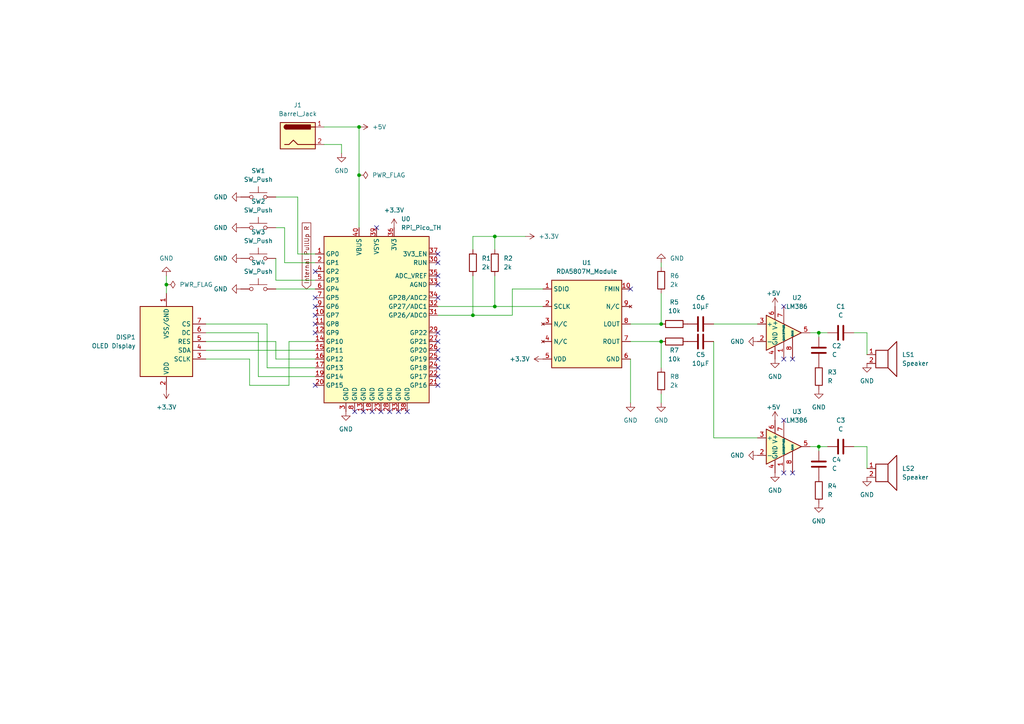
<source format=kicad_sch>
(kicad_sch (version 20211123) (generator eeschema)
  (paper "A4")
  (title_block (title "Clockradio ") (rev "1.2") (company "TreeTime Ltd."))
  (lib_symbols
    (symbol "Amplifier_Audio:LM386" (pin_names (offset 0.127))
      (property "Reference" "U" (at 1.27 7.62 0))
      (property "Value" "LM386" (at 1.27 5.08 0))
      (symbol "LM386_0_1"
        (polyline (pts (xy 5.08 0) (xy -5.08 5.08) (xy -5.08 -5.08) (xy 5.08 0)) (stroke (width 0.254)) (fill (type background)))
      )
      (symbol "LM386_1_1"
        (pin input line (at 0 -7.62 90) (length 5.08) (name "GAIN") (number "1"))
        (pin input line (at -7.62 -2.54 0) (length 2.54) (name "-") (number "2"))
        (pin input line (at -7.62 2.54 0) (length 2.54) (name "+") (number "3"))
        (pin power_in line (at -2.54 -7.62 90) (length 3.81) (name "GND") (number "4"))
        (pin output line (at 7.62 0 180) (length 2.54) (name "~") (number "5"))
        (pin power_in line (at -2.54 7.62 270) (length 3.81) (name "V+") (number "6"))
        (pin input line (at 0 7.62 270) (length 5.08) (name "BYPASS") (number "7"))
        (pin input line (at 2.54 -7.62 90) (length 6.35) (name "GAIN") (number "8"))
      )
    )
    (symbol "Connector:Barrel_Jack" (pin_names (offset 1.016))
      (property "Reference" "J" (at 0 5.334 0))
      (property "Value" "Barrel_Jack" (at 0 -5.08 0))
      (symbol "Barrel_Jack_0_1"
        (rectangle (start -5.08 3.81) (end 5.08 -3.81) (stroke (width 0.254)) (fill (type background)))
        (arc (start -3.302 3.175) (mid -3.937 2.54) (end -3.302 1.905) (stroke (width 0.254)))
        (arc (start -3.302 3.175) (mid -3.937 2.54) (end -3.302 1.905) (stroke (width 0.254)) (fill (type outline)))
        (polyline (pts (xy 5.08 2.54) (xy 3.81 2.54)) (stroke (width 0.254)))
        (polyline (pts (xy -3.81 -2.54) (xy -2.54 -2.54) (xy -1.27 -1.27) (xy 0 -2.54) (xy 2.54 -2.54) (xy 5.08 -2.54)) (stroke (width 0.254)))
        (rectangle (start 3.683 3.175) (end -3.302 1.905) (stroke (width 0.254)) (fill (type outline)))
      )
      (symbol "Barrel_Jack_1_1"
        (pin passive line (at 7.62 2.54 180) (length 2.54) (name "~") (number "1"))
        (pin passive line (at 7.62 -2.54 180) (length 2.54) (name "~") (number "2"))
      )
    )
    (symbol "Device:C" (pin_numbers hide) (pin_names (offset 0.254))
      (property "Reference" "C" (at 0.635 2.54 0))
      (property "Value" "C" (at 0.635 -2.54 0))
      (symbol "C_0_1"
        (polyline (pts (xy -2.032 -0.762) (xy 2.032 -0.762)) (stroke (width 0.508)))
        (polyline (pts (xy -2.032 0.762) (xy 2.032 0.762)) (stroke (width 0.508)))
      )
      (symbol "C_1_1"
        (pin passive line (at 0 3.81 270) (length 2.794) (name "~") (number "1"))
        (pin passive line (at 0 -3.81 90) (length 2.794) (name "~") (number "2"))
      )
    )
    (symbol "Device:R" (pin_numbers hide) (pin_names (offset 0))
      (property "Reference" "R" (at 2.032 0 90))
      (property "Value" "R" (at 0 0 90))
      (symbol "R_0_1"
        (rectangle (start -1.016 -2.54) (end 1.016 2.54) (stroke (width 0.254)))
      )
      (symbol "R_1_1"
        (pin passive line (at 0 3.81 270) (length 1.27) (name "~") (number "1"))
        (pin passive line (at 0 -3.81 90) (length 1.27) (name "~") (number "2"))
      )
    )
    (symbol "Device:Speaker" (pin_names (offset 0) hide)
      (property "Reference" "LS" (at 1.27 5.715 0))
      (property "Value" "Speaker" (at 1.27 3.81 0))
      (symbol "Speaker_0_0"
        (rectangle (start -2.54 1.27) (end 1.016 -3.81) (stroke (width 0.254)))
        (polyline (pts (xy 1.016 1.27) (xy 3.556 3.81) (xy 3.556 -6.35) (xy 1.016 -3.81)) (stroke (width 0.254)))
      )
      (symbol "Speaker_1_1"
        (pin input line (at -5.08 0 0) (length 2.54) (name "1") (number "1"))
        (pin input line (at -5.08 -2.54 0) (length 2.54) (name "2") (number "2"))
      )
    )
    (symbol "ECE:OLED Display"
      (property "Reference" "DISP?" (at 8.89 -1.27 0))
      (property "Value" "OLED Display" (at 8.89 1.27 0))
      (symbol "OLED Display_1_1"
        (rectangle (start -7.62 10.16) (end 7.62 -10.16) (stroke (width 0.254)) (fill (type background)))
        (pin power_in line (at 0 -13.97 90) (length 3.81) (name "VSS/GND") (number "1"))
        (pin power_in line (at 0 13.97 270) (length 3.81) (name "VDD") (number "2"))
        (pin input line (at -11.43 5.08 0) (length 3.81) (name "SCLK") (number "3"))
        (pin output line (at -11.43 2.54 0) (length 3.81) (name "SDA") (number "4"))
        (pin input line (at -11.43 0 0) (length 3.81) (name "RES") (number "5"))
        (pin input line (at -11.43 -2.54 0) (length 3.81) (name "DC") (number "6"))
        (pin input line (at -11.43 -5.08 0) (length 3.81) (name "CS") (number "7"))
      )
    )
    (symbol "ECE:RDA5807M_Module"
      (property "Reference" "U" (at -8.89 16.51 0))
      (property "Value" "RDA5807M_Module" (at -8.89 13.97 0))
      (symbol "RDA5807M_Module_0_1"
        (rectangle (start -10.16 12.7) (end 10.16 -12.7) (stroke (width 0.254)) (fill (type background)))
      )
      (symbol "RDA5807M_Module_1_1"
        (pin bidirectional line (at -12.7 10.16 0) (length 2.54) (name "SDIO") (number "1"))
        (pin input line (at 12.7 10.16 180) (length 2.54) (name "FMIN") (number "10"))
        (pin input line (at -12.7 5.08 0) (length 2.54) (name "SCLK") (number "2"))
        (pin no_connect line (at -12.7 0 0) (length 2.54) (name "N/C") (number "3"))
        (pin no_connect line (at -12.7 -5.08 0) (length 2.54) (name "N/C") (number "4"))
        (pin power_in line (at -12.7 -10.16 0) (length 2.54) (name "VDD") (number "5"))
        (pin power_in line (at 12.7 -10.16 180) (length 2.54) (name "GND") (number "6"))
        (pin output line (at 12.7 -5.08 180) (length 2.54) (name "ROUT") (number "7"))
        (pin output line (at 12.7 0 180) (length 2.54) (name "LOUT") (number "8"))
        (pin no_connect line (at 12.7 5.08 180) (length 2.54) (name "N/C") (number "9"))
      )
    )
    (symbol "ECE:RPi_Pico_TH"
      (property "Reference" "U?" (at 0 1.27 0))
      (property "Value" "RPi_Pico_TH" (at 0 -1.27 0))
      (symbol "RPi_Pico_TH_0_1"
        (rectangle (start -15.24 24.13) (end 15.24 -24.13) (stroke (width 0.254)) (fill (type background)))
      )
      (symbol "RPi_Pico_TH_1_1"
        (pin bidirectional line (at -17.78 19.05 0) (length 2.54) (name "GP0") (number "1"))
        (pin bidirectional line (at -17.78 1.27 0) (length 2.54) (name "GP7") (number "10"))
        (pin bidirectional line (at -17.78 -1.27 0) (length 2.54) (name "GP8") (number "11"))
        (pin bidirectional line (at -17.78 -3.81 0) (length 2.54) (name "GP9") (number "12"))
        (pin power_in line (at -3.81 -26.67 90) (length 2.54) (name "GND") (number "13"))
        (pin bidirectional line (at -17.78 -6.35 0) (length 2.54) (name "GP10") (number "14"))
        (pin bidirectional line (at -17.78 -8.89 0) (length 2.54) (name "GP11") (number "15"))
        (pin bidirectional line (at -17.78 -11.43 0) (length 2.54) (name "GP12") (number "16"))
        (pin bidirectional line (at -17.78 -13.97 0) (length 2.54) (name "GP13") (number "17"))
        (pin power_in line (at -1.27 -26.67 90) (length 2.54) (name "GND") (number "18"))
        (pin bidirectional line (at -17.78 -16.51 0) (length 2.54) (name "GP14") (number "19"))
        (pin bidirectional line (at -17.78 16.51 0) (length 2.54) (name "GP1") (number "2"))
        (pin bidirectional line (at -17.78 -19.05 0) (length 2.54) (name "GP15") (number "20"))
        (pin bidirectional line (at 17.78 -19.05 180) (length 2.54) (name "GP16") (number "21"))
        (pin bidirectional line (at 17.78 -16.51 180) (length 2.54) (name "GP17") (number "22"))
        (pin power_in line (at 1.27 -26.67 90) (length 2.54) (name "GND") (number "23"))
        (pin bidirectional line (at 17.78 -13.97 180) (length 2.54) (name "GP18") (number "24"))
        (pin bidirectional line (at 17.78 -11.43 180) (length 2.54) (name "GP19") (number "25"))
        (pin bidirectional line (at 17.78 -8.89 180) (length 2.54) (name "GP20") (number "26"))
        (pin bidirectional line (at 17.78 -6.35 180) (length 2.54) (name "GP21") (number "27"))
        (pin power_in line (at 3.81 -26.67 90) (length 2.54) (name "GND") (number "28"))
        (pin bidirectional line (at 17.78 -3.81 180) (length 2.54) (name "GP22") (number "29"))
        (pin power_in line (at -8.89 -26.67 90) (length 2.54) (name "GND") (number "3"))
        (pin input line (at 17.78 16.51 180) (length 2.54) (name "RUN") (number "30"))
        (pin bidirectional line (at 17.78 1.27 180) (length 2.54) (name "GP26/ADC0") (number "31"))
        (pin bidirectional line (at 17.78 3.81 180) (length 2.54) (name "GP27/ADC1") (number "32"))
        (pin power_in line (at 17.78 10.16 180) (length 2.54) (name "AGND") (number "33"))
        (pin power_in line (at 6.35 -26.67 90) (length 2.54) (name "GND") (number "33"))
        (pin bidirectional line (at 17.78 6.35 180) (length 2.54) (name "GP28/ADC2") (number "34"))
        (pin power_in line (at 17.78 12.7 180) (length 2.54) (name "ADC_VREF") (number "35"))
        (pin power_out line (at 5.08 26.67 270) (length 2.54) (name "3V3") (number "36"))
        (pin input line (at 17.78 19.05 180) (length 2.54) (name "3V3_EN") (number "37"))
        (pin power_in line (at 8.89 -26.67 90) (length 2.54) (name "GND") (number "38"))
        (pin power_out line (at 0 26.67 270) (length 2.54) (name "VSYS") (number "39"))
        (pin bidirectional line (at -17.78 13.97 0) (length 2.54) (name "GP2") (number "4"))
        (pin power_in line (at -5.08 26.67 270) (length 2.54) (name "VBUS") (number "40"))
        (pin bidirectional line (at -17.78 11.43 0) (length 2.54) (name "GP3") (number "5"))
        (pin bidirectional line (at -17.78 8.89 0) (length 2.54) (name "GP4") (number "6"))
        (pin bidirectional line (at -17.78 6.35 0) (length 2.54) (name "GP5") (number "7"))
        (pin power_in line (at -6.35 -26.67 90) (length 2.54) (name "GND") (number "8"))
        (pin bidirectional line (at -17.78 3.81 0) (length 2.54) (name "GP6") (number "9"))
      )
    )
    (symbol "Switch:SW_Push" (pin_numbers hide) (pin_names (offset 1.016) hide)
      (property "Reference" "SW" (at 1.27 2.54 0))
      (property "Value" "SW_Push" (at 0 -1.524 0))
      (symbol "SW_Push_0_1"
        (circle (center -2.032 0) (radius 0.508))
        (polyline (pts (xy 0 1.27) (xy 0 3.048)))
        (polyline (pts (xy 2.54 1.27) (xy -2.54 1.27)))
        (circle (center 2.032 0) (radius 0.508))
        (pin passive line (at -5.08 0 0) (length 2.54) (name "1") (number "1"))
        (pin passive line (at 5.08 0 180) (length 2.54) (name "2") (number "2"))
      )
    )
    (symbol "power:+3.3V" (power) (pin_names (offset 0))
      (property "Value" "+3.3V" (at 0 3.556 0))
      (symbol "+3.3V_0_1"
        (polyline (pts (xy -0.762 1.27) (xy 0 2.54)))
        (polyline (pts (xy 0 0) (xy 0 2.54)))
        (polyline (pts (xy 0 2.54) (xy 0.762 1.27)))
      )
      (symbol "+3.3V_1_1"
        (pin power_in line (at 0 0 90) (length 0) hide (name "+3.3V") (number "1"))
      )
    )
    (symbol "power:+5V" (power) (pin_names (offset 0))
      (property "Value" "+5V" (at 0 3.556 0))
      (symbol "+5V_0_1"
        (polyline (pts (xy -0.762 1.27) (xy 0 2.54)))
        (polyline (pts (xy 0 0) (xy 0 2.54)))
        (polyline (pts (xy 0 2.54) (xy 0.762 1.27)))
      )
      (symbol "+5V_1_1"
        (pin power_in line (at 0 0 90) (length 0) hide (name "+5V") (number "1"))
      )
    )
    (symbol "power:GND" (power) (pin_names (offset 0))
      (property "Value" "GND" (at 0 -3.81 0))
      (symbol "GND_0_1"
        (polyline (pts (xy 0 0) (xy 0 -1.27) (xy 1.27 -1.27) (xy 0 -2.54) (xy -1.27 -1.27) (xy 0 -1.27)))
      )
      (symbol "GND_1_1"
        (pin power_in line (at 0 0 270) (length 0) hide (name "GND") (number "1"))
      )
    )
    (symbol "power:PWR_FLAG" (power) (pin_numbers hide) (pin_names (offset 0) hide)
      (property "Value" "PWR_FLAG" (at 0 3.81 0))
      (symbol "PWR_FLAG_0_0"
        (pin power_out line (at 0 0 90) (length 0) (name "pwr") (number "1"))
      )
      (symbol "PWR_FLAG_0_1"
        (polyline (pts (xy 0 0) (xy 0 1.27) (xy -1.016 1.905) (xy 0 2.54) (xy 1.016 1.905) (xy 0 1.27)))
      )
    )
  )
  (junction (at 237.49 96.52))
  (junction (at 191.77 99.06))
  (junction (at 48.26 82.55))
  (junction (at 237.49 129.54))
  (junction (at 143.51 88.9))
  (junction (at 104.14 50.8))
  (junction (at 191.77 93.98))
  (junction (at 104.14 36.83))
  (junction (at 143.51 68.58))
  (junction (at 137.16 91.44))
  (no_connect (at 113.03 119.38))
  (no_connect (at 127 76.2))
  (no_connect (at 107.95 119.38))
  (no_connect (at 182.88 83.82))
  (no_connect (at 91.44 78.74))
  (no_connect (at 127 99.06))
  (no_connect (at 127 111.76))
  (no_connect (at 110.49 119.38))
  (no_connect (at 118.11 119.38))
  (no_connect (at 227.33 137.16))
  (no_connect (at 127 104.14))
  (no_connect (at 229.87 104.14))
  (no_connect (at 127 80.01))
  (no_connect (at 127 109.22))
  (no_connect (at 109.22 66.04))
  (no_connect (at 127 106.68))
  (no_connect (at 102.87 119.38))
  (no_connect (at 91.44 93.98))
  (no_connect (at 91.44 91.44))
  (no_connect (at 127 86.36))
  (no_connect (at 91.44 96.52))
  (no_connect (at 229.87 137.16))
  (no_connect (at 227.33 104.14))
  (no_connect (at 127 96.52))
  (no_connect (at 91.44 111.76))
  (no_connect (at 115.57 119.38))
  (no_connect (at 127 101.6))
  (no_connect (at 91.44 88.9))
  (no_connect (at 227.33 88.9))
  (no_connect (at 227.33 121.92))
  (no_connect (at 127 73.66))
  (no_connect (at 91.44 86.36))
  (no_connect (at 105.41 119.38))
  (no_connect (at 127 82.55))
  (wire (pts (xy 247.65 96.52) (xy 251.46 96.52)))
  (wire (pts (xy 80.01 99.06) (xy 59.69 99.06)))
  (wire (pts (xy 237.49 96.52) (xy 237.49 97.79)))
  (wire (pts (xy 83.82 99.06) (xy 83.82 111.76)))
  (wire (pts (xy 191.77 114.3) (xy 191.77 116.84)))
  (wire (pts (xy 148.59 83.82) (xy 157.48 83.82)))
  (wire (pts (xy 91.44 106.68) (xy 77.47 106.68)))
  (wire (pts (xy 91.44 104.14) (xy 80.01 104.14)))
  (wire (pts (xy 80.01 74.93) (xy 80.01 81.28)))
  (wire (pts (xy 237.49 129.54) (xy 237.49 130.81)))
  (wire (pts (xy 240.03 129.54) (xy 237.49 129.54)))
  (wire (pts (xy 59.69 93.98) (xy 77.47 93.98)))
  (wire (pts (xy 74.93 109.22) (xy 74.93 96.52)))
  (wire (pts (xy 191.77 85.09) (xy 191.77 93.98)))
  (wire (pts (xy 182.88 104.14) (xy 182.88 116.84)))
  (wire (pts (xy 82.55 66.04) (xy 80.01 66.04)))
  (wire (pts (xy 137.16 80.01) (xy 137.16 91.44)))
  (wire (pts (xy 148.59 91.44) (xy 148.59 83.82)))
  (wire (pts (xy 143.51 68.58) (xy 143.51 72.39)))
  (wire (pts (xy 207.01 99.06) (xy 207.01 127)))
  (wire (pts (xy 143.51 88.9) (xy 157.48 88.9)))
  (wire (pts (xy 91.44 109.22) (xy 74.93 109.22)))
  (wire (pts (xy 72.39 111.76) (xy 72.39 104.14)))
  (wire (pts (xy 251.46 96.52) (xy 251.46 102.87)))
  (wire (pts (xy 127 88.9) (xy 143.51 88.9)))
  (wire (pts (xy 82.55 76.2) (xy 82.55 66.04)))
  (wire (pts (xy 93.98 41.91) (xy 99.06 41.91)))
  (wire (pts (xy 207.01 93.98) (xy 219.71 93.98)))
  (wire (pts (xy 137.16 91.44) (xy 148.59 91.44)))
  (wire (pts (xy 191.77 99.06) (xy 191.77 106.68)))
  (wire (pts (xy 104.14 50.8) (xy 104.14 66.04)))
  (wire (pts (xy 240.03 96.52) (xy 237.49 96.52)))
  (wire (pts (xy 91.44 81.28) (xy 80.01 81.28)))
  (wire (pts (xy 80.01 104.14) (xy 80.01 99.06)))
  (wire (pts (xy 247.65 129.54) (xy 251.46 129.54)))
  (wire (pts (xy 93.98 36.83) (xy 104.14 36.83)))
  (wire (pts (xy 137.16 68.58) (xy 143.51 68.58)))
  (wire (pts (xy 127 91.44) (xy 137.16 91.44)))
  (wire (pts (xy 234.95 96.52) (xy 237.49 96.52)))
  (wire (pts (xy 137.16 72.39) (xy 137.16 68.58)))
  (wire (pts (xy 251.46 129.54) (xy 251.46 135.89)))
  (wire (pts (xy 182.88 93.98) (xy 191.77 93.98)))
  (wire (pts (xy 234.95 129.54) (xy 237.49 129.54)))
  (wire (pts (xy 91.44 76.2) (xy 82.55 76.2)))
  (wire (pts (xy 48.26 80.01) (xy 48.26 82.55)))
  (wire (pts (xy 80.01 83.82) (xy 91.44 83.82)))
  (wire (pts (xy 86.36 73.66) (xy 86.36 57.15)))
  (wire (pts (xy 72.39 104.14) (xy 59.69 104.14)))
  (wire (pts (xy 91.44 99.06) (xy 83.82 99.06)))
  (wire (pts (xy 77.47 106.68) (xy 77.47 93.98)))
  (wire (pts (xy 74.93 96.52) (xy 59.69 96.52)))
  (wire (pts (xy 83.82 111.76) (xy 72.39 111.76)))
  (wire (pts (xy 207.01 127) (xy 219.71 127)))
  (wire (pts (xy 99.06 41.91) (xy 99.06 44.45)))
  (wire (pts (xy 104.14 36.83) (xy 104.14 50.8)))
  (wire (pts (xy 182.88 99.06) (xy 191.77 99.06)))
  (wire (pts (xy 191.77 76.2) (xy 191.77 77.47)))
  (wire (pts (xy 91.44 73.66) (xy 86.36 73.66)))
  (wire (pts (xy 48.26 82.55) (xy 48.26 85.09)))
  (wire (pts (xy 143.51 80.01) (xy 143.51 88.9)))
  (wire (pts (xy 59.69 101.6) (xy 91.44 101.6)))
  (wire (pts (xy 86.36 57.15) (xy 80.01 57.15)))
  (wire (pts (xy 143.51 68.58) (xy 152.4 68.58)))
  (global_label "Internal PullUp R" (shape input) (at 88.9 83.82 90) (property "Intersheet References" "${INTERSHEET_REFS}" (effects hide)))
  (symbol (lib_id "power:+3.3V") (at 48.26 113.03 180) (unit 1)
    (property "Reference" "#PWR0102" (effects hide))
    (property "Value" "+3.3V" (at 48.26 118.11 0))
  )
  (symbol (lib_id "Device:C") (at 243.84 96.52 90) (unit 1)
    (property "Reference" "C1" (at 243.84 88.9 90))
    (property "Value" "C" (at 243.84 91.44 90))
    (property "Footprint" "Capacitor_THT:CP_Radial_D4.0mm_P2.00mm" (effects hide))
  )
  (symbol (lib_id "power:GND") (at 224.79 137.16 0) (unit 1)
    (property "Reference" "#PWR0118" (effects hide))
    (property "Value" "GND" (at 224.79 142.24 0))
  )
  (symbol (lib_id "ECE:RDA5807M_Module") (at 170.18 93.98 0) (unit 1)
    (property "Reference" "U1" (at 170.18 76.2 0))
    (property "Value" "RDA5807M_Module" (at 170.18 78.74 0))
    (property "Footprint" "ECE:RDA5807M_Module_TH" (effects hide))
  )
  (symbol (lib_id "Device:R") (at 237.49 142.24 0) (unit 1)
    (property "Reference" "R4" (at 240.03 140.9699 0) (effects (justify left)))
    (property "Value" "R" (at 240.03 143.5099 0) (effects (justify left)))
    (property "Footprint" "Resistor_THT:R_Axial_DIN0204_L3.6mm_D1.6mm_P7.62mm_Horizontal" (effects hide))
  )
  (symbol (lib_id "ECE:OLED Display") (at 48.26 99.06 180) (unit 1)
    (property "Reference" "DISP1" (at 39.37 97.7899 0) (effects (justify left)))
    (property "Value" "OLED Display" (at 39.37 100.3299 0) (effects (justify left)))
    (property "Footprint" "ECE:OLED_Display_1.3" (effects hide))
  )
  (symbol (lib_id "Device:R") (at 137.16 76.2 0) (unit 1)
    (property "Reference" "R1" (at 139.7 74.9299 0) (effects (justify left)))
    (property "Value" "2k" (at 139.7 77.4699 0) (effects (justify left)))
    (property "Footprint" "Resistor_THT:R_Axial_DIN0204_L3.6mm_D1.6mm_P7.62mm_Horizontal" (effects hide))
  )
  (symbol (lib_id "power:GND") (at 69.85 74.93 270) (unit 1)
    (property "Reference" "#PWR0106" (effects hide))
    (property "Value" "GND" (at 66.04 74.9299 90) (effects (justify right)))
  )
  (symbol (lib_id "power:GND") (at 237.49 113.03 0) (unit 1)
    (property "Reference" "#PWR0113" (effects hide))
    (property "Value" "GND" (at 237.49 118.11 0))
  )
  (symbol (lib_id "Device:R") (at 195.58 99.06 90) (unit 1)
    (property "Reference" "R7" (at 195.58 101.6 90))
    (property "Value" "10k" (at 195.58 104.14 90))
    (property "Footprint" "Resistor_THT:R_Axial_DIN0204_L3.6mm_D1.6mm_P7.62mm_Horizontal" (effects hide))
  )
  (symbol (lib_id "power:GND") (at 48.26 80.01 180) (unit 1)
    (property "Reference" "#PWR0103" (effects hide))
    (property "Value" "GND" (at 48.26 74.93 0))
  )
  (symbol (lib_id "power:GND") (at 219.71 132.08 270) (unit 1)
    (property "Reference" "#PWR0117" (effects hide))
    (property "Value" "GND" (at 215.9 132.0799 90) (effects (justify right)))
  )
  (symbol (lib_id "power:GND") (at 191.77 116.84 0) (unit 1)
    (property "Reference" "#PWR0110" (effects hide))
    (property "Value" "GND" (at 191.77 121.92 0))
  )
  (symbol (lib_id "Device:R") (at 237.49 109.22 0) (unit 1)
    (property "Reference" "R3" (at 240.03 107.9499 0) (effects (justify left)))
    (property "Value" "R" (at 240.03 110.4899 0) (effects (justify left)))
    (property "Footprint" "Resistor_THT:R_Axial_DIN0204_L3.6mm_D1.6mm_P7.62mm_Horizontal" (effects hide))
  )
  (symbol (lib_id "power:+3.3V") (at 152.4 68.58 270) (unit 1)
    (property "Reference" "#PWR0115" (effects hide))
    (property "Value" "+3.3V" (at 156.21 68.5799 90) (effects (justify left)))
  )
  (symbol (lib_id "power:GND") (at 251.46 105.41 0) (unit 1)
    (property "Reference" "#PWR0116" (effects hide))
    (property "Value" "GND" (at 251.46 110.49 0))
  )
  (symbol (lib_id "Switch:SW_Push") (at 74.93 57.15 0) (unit 1)
    (property "Reference" "SW1" (at 74.93 49.53 0))
    (property "Value" "SW_Push" (at 74.93 52.07 0))
    (property "Footprint" "Button_Switch_THT:SW_PUSH_6mm" (effects hide))
  )
  (symbol (lib_id "Amplifier_Audio:LM386") (at 227.33 129.54 0) (unit 1)
    (property "Reference" "U3" (at 231.14 119.38 0))
    (property "Value" "LM386" (at 231.14 121.92 0))
    (property "Footprint" "LM386:DIP08" (effects hide))
    (property "Datasheet" "http://www.ti.com/lit/ds/symlink/lm386.pdf" (effects hide))
  )
  (symbol (lib_id "ECE:RPi_Pico_TH") (at 109.22 92.71 0) (unit 1)
    (property "Reference" "U0" (at 116.3194 63.5 0) (effects (justify left)))
    (property "Value" "RPi_Pico_TH" (at 116.3194 66.04 0) (effects (justify left)))
    (property "Footprint" "ECE:RPi_Pico_TH" (effects hide))
  )
  (symbol (lib_id "power:PWR_FLAG") (at 104.14 50.8 270) (unit 1)
    (property "Reference" "#FLG0102" (effects hide))
    (property "Value" "PWR_FLAG" (at 107.95 50.7999 90) (effects (justify left)))
  )
  (symbol (lib_id "Device:C") (at 203.2 99.06 90) (unit 1)
    (property "Reference" "C5" (at 203.2 102.87 90))
    (property "Value" "10µF" (at 203.2 105.41 90))
    (property "Footprint" "Capacitor_THT:CP_Radial_D4.0mm_P2.00mm" (effects hide))
  )
  (symbol (lib_id "Device:C") (at 237.49 101.6 0) (unit 1)
    (property "Reference" "C2" (at 241.3 100.3299 0) (effects (justify left)))
    (property "Value" "C" (at 241.3 102.8699 0) (effects (justify left)))
    (property "Footprint" "Capacitor_THT:CP_Radial_D4.0mm_P2.00mm" (effects hide))
  )
  (symbol (lib_id "power:GND") (at 99.06 44.45 0) (unit 1)
    (property "Reference" "#PWR0122" (effects hide))
    (property "Value" "GND" (at 99.06 49.53 0))
  )
  (symbol (lib_id "Device:Speaker") (at 256.54 102.87 0) (unit 1)
    (property "Reference" "LS1" (at 261.62 102.8699 0) (effects (justify left)))
    (property "Value" "Speaker" (at 261.62 105.4099 0) (effects (justify left)))
    (property "Footprint" "ECE:CUE_CMA-4544PF-W" (effects hide))
  )
  (symbol (lib_id "power:GND") (at 100.33 119.38 0) (unit 1)
    (property "Reference" "#PWR0104" (effects hide))
    (property "Value" "GND" (at 100.33 124.46 0))
  )
  (symbol (lib_id "power:+5V") (at 224.79 121.92 0) (unit 1)
    (property "Reference" "#PWR0111" (effects hide))
    (property "Value" "+5V" (at 222.25 118.11 0) (effects (justify left)))
  )
  (symbol (lib_id "Connector:Barrel_Jack") (at 86.36 39.37 0) (unit 1)
    (property "Reference" "J1" (at 86.36 30.48 0))
    (property "Value" "Barrel_Jack" (at 86.36 33.02 0))
    (property "Footprint" "Connector_BarrelJack:BarrelJack_CUI_PJ-063AH_Horizontal" (effects hide))
  )
  (symbol (lib_id "power:GND") (at 69.85 57.15 270) (unit 1)
    (property "Reference" "#PWR0105" (effects hide))
    (property "Value" "GND" (at 66.04 57.1499 90) (effects (justify right)))
  )
  (symbol (lib_id "power:PWR_FLAG") (at 48.26 82.55 270) (unit 1)
    (property "Reference" "#FLG0101" (effects hide))
    (property "Value" "PWR_FLAG" (at 52.07 82.5499 90) (effects (justify left)))
  )
  (symbol (lib_id "Switch:SW_Push") (at 74.93 83.82 0) (unit 1)
    (property "Reference" "SW4" (at 74.93 76.2 0))
    (property "Value" "SW_Push" (at 74.93 78.74 0))
    (property "Footprint" "Button_Switch_THT:SW_PUSH_6mm" (effects hide))
  )
  (symbol (lib_id "power:GND") (at 69.85 83.82 270) (unit 1)
    (property "Reference" "#PWR0101" (effects hide))
    (property "Value" "GND" (at 66.04 83.8199 90) (effects (justify right)))
  )
  (symbol (lib_id "power:+5V") (at 104.14 36.83 270) (unit 1)
    (property "Reference" "#PWR0123" (effects hide))
    (property "Value" "+5V" (at 107.95 36.8299 90) (effects (justify left)))
  )
  (symbol (lib_id "Device:Speaker") (at 256.54 135.89 0) (unit 1)
    (property "Reference" "LS2" (at 261.62 135.8899 0) (effects (justify left)))
    (property "Value" "Speaker" (at 261.62 138.4299 0) (effects (justify left)))
    (property "Footprint" "ECE:CUE_CMA-4544PF-W" (effects hide))
  )
  (symbol (lib_id "power:GND") (at 224.79 104.14 0) (unit 1)
    (property "Reference" "#PWR0114" (effects hide))
    (property "Value" "GND" (at 224.79 109.22 0))
  )
  (symbol (lib_id "power:GND") (at 251.46 138.43 0) (unit 1)
    (property "Reference" "#PWR0119" (effects hide))
    (property "Value" "GND" (at 251.46 143.51 0))
  )
  (symbol (lib_id "Device:C") (at 243.84 129.54 90) (unit 1)
    (property "Reference" "C3" (at 243.84 121.92 90))
    (property "Value" "C" (at 243.84 124.46 90))
    (property "Footprint" "Capacitor_THT:CP_Radial_D4.0mm_P2.00mm" (effects hide))
  )
  (symbol (lib_id "power:GND") (at 219.71 99.06 270) (unit 1)
    (property "Reference" "#PWR0112" (effects hide))
    (property "Value" "GND" (at 215.9 99.0599 90) (effects (justify right)))
  )
  (symbol (lib_id "Switch:SW_Push") (at 74.93 66.04 0) (unit 1)
    (property "Reference" "SW2" (at 74.93 58.42 0))
    (property "Value" "SW_Push" (at 74.93 60.96 0))
    (property "Footprint" "Button_Switch_THT:SW_PUSH_6mm" (effects hide))
  )
  (symbol (lib_id "power:GND") (at 191.77 76.2 180) (unit 1)
    (property "Reference" "#PWR0125" (effects hide))
    (property "Value" "GND" (at 194.31 74.9299 0) (effects (justify right)))
  )
  (symbol (lib_id "Device:R") (at 191.77 110.49 180) (unit 1)
    (property "Reference" "R8" (at 194.31 109.2199 0) (effects (justify right)))
    (property "Value" "2k" (at 194.31 111.7599 0) (effects (justify right)))
    (property "Footprint" "Resistor_THT:R_Axial_DIN0204_L3.6mm_D1.6mm_P7.62mm_Horizontal" (effects hide))
  )
  (symbol (lib_id "power:+3.3V") (at 157.48 104.14 90) (unit 1)
    (property "Reference" "#PWR0109" (effects hide))
    (property "Value" "+3.3V" (at 153.67 104.1399 90) (effects (justify left)))
  )
  (symbol (lib_id "power:+3.3V") (at 114.3 66.04 0) (unit 1)
    (property "Reference" "#PWR0108" (effects hide))
    (property "Value" "+3.3V" (at 114.3 60.96 0))
  )
  (symbol (lib_id "power:+5V") (at 224.79 88.9 0) (unit 1)
    (property "Reference" "#PWR0121" (effects hide))
    (property "Value" "+5V" (at 222.25 85.09 0) (effects (justify left)))
  )
  (symbol (lib_id "Device:R") (at 191.77 81.28 180) (unit 1)
    (property "Reference" "R6" (at 194.31 80.0099 0) (effects (justify right)))
    (property "Value" "2k" (at 194.31 82.5499 0) (effects (justify right)))
    (property "Footprint" "Resistor_THT:R_Axial_DIN0204_L3.6mm_D1.6mm_P7.62mm_Horizontal" (effects hide))
  )
  (symbol (lib_id "power:GND") (at 237.49 146.05 0) (unit 1)
    (property "Reference" "#PWR0120" (effects hide))
    (property "Value" "GND" (at 237.49 151.13 0))
  )
  (symbol (lib_id "Switch:SW_Push") (at 74.93 74.93 0) (unit 1)
    (property "Reference" "SW3" (at 74.93 67.31 0))
    (property "Value" "SW_Push" (at 74.93 69.85 0))
    (property "Footprint" "Button_Switch_THT:SW_PUSH_6mm" (effects hide))
  )
  (symbol (lib_id "Device:C") (at 237.49 134.62 0) (unit 1)
    (property "Reference" "C4" (at 241.3 133.3499 0) (effects (justify left)))
    (property "Value" "C" (at 241.3 135.8899 0) (effects (justify left)))
    (property "Footprint" "Capacitor_THT:CP_Radial_D4.0mm_P2.00mm" (effects hide))
  )
  (symbol (lib_id "power:GND") (at 182.88 116.84 0) (unit 1)
    (property "Reference" "#PWR0124" (effects hide))
    (property "Value" "GND" (at 182.88 121.92 0))
  )
  (symbol (lib_id "Amplifier_Audio:LM386") (at 227.33 96.52 0) (unit 1)
    (property "Reference" "U2" (at 231.14 86.36 0))
    (property "Value" "LM386" (at 231.14 88.9 0))
    (property "Footprint" "LM386:DIP08" (effects hide))
    (property "Datasheet" "http://www.ti.com/lit/ds/symlink/lm386.pdf" (effects hide))
  )
  (symbol (lib_id "Device:R") (at 143.51 76.2 0) (unit 1)
    (property "Reference" "R2" (at 146.05 74.9299 0) (effects (justify left)))
    (property "Value" "2k" (at 146.05 77.4699 0) (effects (justify left)))
    (property "Footprint" "Resistor_THT:R_Axial_DIN0204_L3.6mm_D1.6mm_P7.62mm_Horizontal" (effects hide))
  )
  (symbol (lib_id "Device:R") (at 195.58 93.98 90) (unit 1)
    (property "Reference" "R5" (at 195.58 87.63 90))
    (property "Value" "10k" (at 195.58 90.17 90))
    (property "Footprint" "Resistor_THT:R_Axial_DIN0204_L3.6mm_D1.6mm_P7.62mm_Horizontal" (effects hide))
  )
  (symbol (lib_id "Device:C") (at 203.2 93.98 90) (unit 1)
    (property "Reference" "C6" (at 203.2 86.36 90))
    (property "Value" "10µF" (at 203.2 88.9 90))
    (property "Footprint" "Capacitor_THT:CP_Radial_D4.0mm_P2.00mm" (effects hide))
  )
  (symbol (lib_id "power:GND") (at 69.85 66.04 270) (unit 1)
    (property "Reference" "#PWR0107" (effects hide))
    (property "Value" "GND" (at 66.04 66.0399 90) (effects (justify right)))
  )
)
</source>
